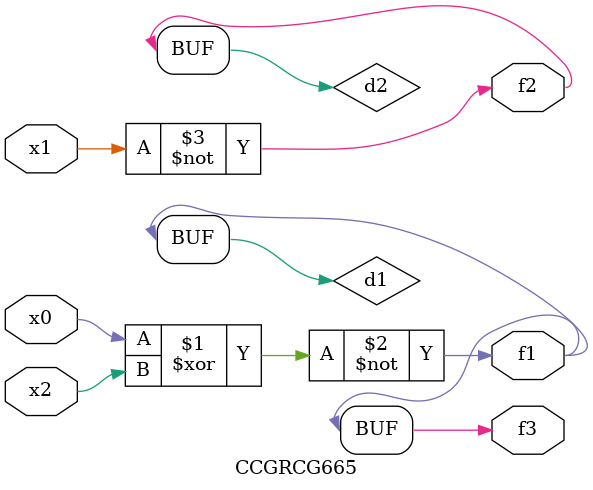
<source format=v>
module CCGRCG665(
	input x0, x1, x2,
	output f1, f2, f3
);

	wire d1, d2, d3;

	xnor (d1, x0, x2);
	nand (d2, x1);
	nor (d3, x1, x2);
	assign f1 = d1;
	assign f2 = d2;
	assign f3 = d1;
endmodule

</source>
